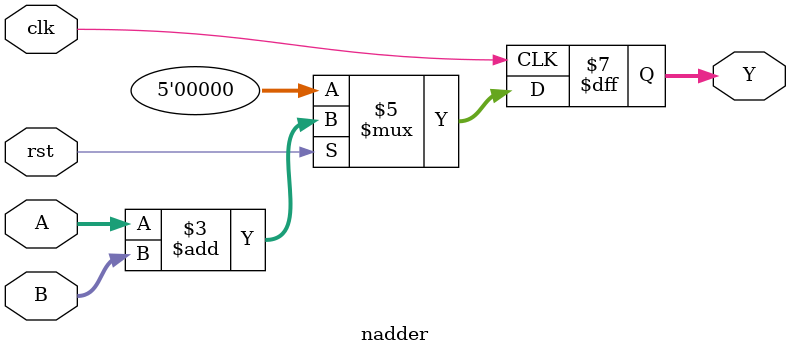
<source format=sv>
`timescale 1ns / 1ps

module nadder #(
    parameter WIDTH = 5
)(
    input  logic clk,
    input  logic rst,
    input  logic [WIDTH-1:0] A,
    input  logic [WIDTH-1:0] B,
    output logic [WIDTH-1:0] Y
);

always_ff @(posedge clk) begin
    if(!rst) Y <= '0;
    else Y <= A + B;
end
endmodule

</source>
